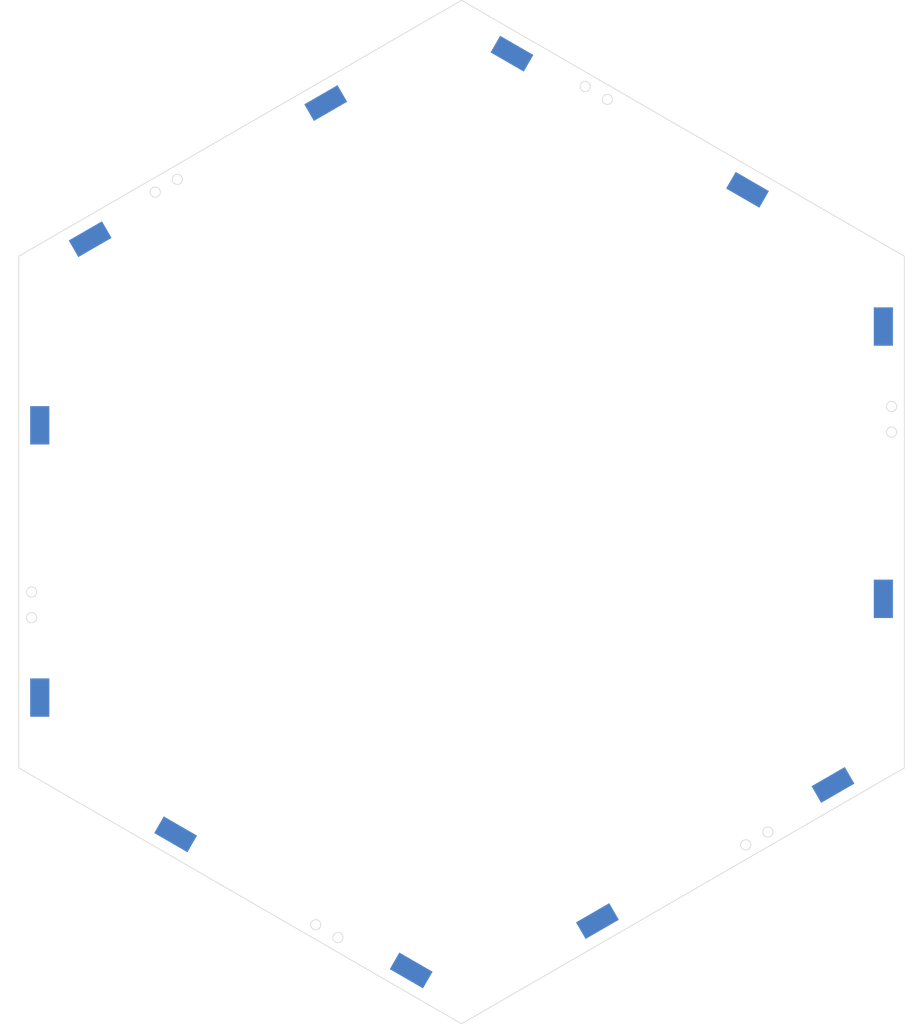
<source format=kicad_pcb>
(kicad_pcb (version 20211014) (generator pcbnew)
  (layers (0 "F.Cu" signal) (31 "B.Cu" signal) (34 "B.Paste" user) (35 "F.Paste" user) (36 "B.SilkS" user "B.Silkscreen") (37 "F.SilkS" user "F.Silkscreen") (38 "B.Mask" user) (39 "F.Mask" user) (44 "Edge.Cuts" user))
  (net 0 "")
  (footprint "otter:pad_1.5_3" (layer "B.Cu") (at 67.8 114)
    (fp_text reference "REF**" hide)
    (fp_text value "pad_1.5_3")
    (pad "1" smd rect locked (at -0.8 0.5) (size 1.5 3) (layers "B.Cu" "B.Paste" "B.Mask"))
  )
  (footprint "otter:pad_1.5_3" (layer "B.Cu") (at 67.8 93.72)
    (fp_text reference "REF**" hide)
    (fp_text value "pad_1.5_3")
    (pad "1" smd rect locked (at -0.8 -0.5) (size 1.5 3) (layers "B.Cu" "B.Paste" "B.Mask"))
  )
  (footprint "otter:pad_1.5_3" (layer "B.Cu") (at 71.775644 79.113982 -60)
    (fp_text reference "REF**" hide)
    (fp_text value "pad_1.5_3")
    (pad "1" smd rect locked (at -0.8 0.5 300) (size 1.5 3) (layers "B.Cu" "B.Paste" "B.Mask"))
  )
  (footprint "otter:pad_1.5_3" (layer "B.Cu") (at 89.33864 68.973982 -60)
    (fp_text reference "REF**" hide)
    (fp_text value "pad_1.5_3")
    (pad "1" smd rect locked (at -0.8 -0.5 300) (size 1.5 3) (layers "B.Cu" "B.Paste" "B.Mask"))
  )
  (footprint "otter:pad_1.5_3" (layer "B.Cu") (at 132.2 86 180)
    (fp_text reference "REF**" hide)
    (fp_text value "pad_1.5_3")
    (pad "1" smd rect locked (at -0.8 0.5 180) (size 1.5 3) (layers "B.Cu" "B.Paste" "B.Mask"))
  )
  (footprint "otter:pad_1.5_3" (layer "B.Cu") (at 96.024356 134.886018 60)
    (fp_text reference "REF**" hide)
    (fp_text value "pad_1.5_3")
    (pad "1" smd rect locked (at -0.8 0.5 60) (size 1.5 3) (layers "B.Cu" "B.Paste" "B.Mask"))
  )
  (footprint "otter:pad_1.5_3" (layer "B.Cu") (at 121.53864 75.253982 -120)
    (fp_text reference "REF**" hide)
    (fp_text value "pad_1.5_3")
    (pad "1" smd rect locked (at -0.8 -0.5 240) (size 1.5 3) (layers "B.Cu" "B.Paste" "B.Mask"))
  )
  (footprint "otter:pad_1.5_3" (layer "B.Cu") (at 78.46136 124.746018 60)
    (fp_text reference "REF**" hide)
    (fp_text value "pad_1.5_3")
    (pad "1" smd rect locked (at -0.8 -0.5 60) (size 1.5 3) (layers "B.Cu" "B.Paste" "B.Mask"))
  )
  (footprint "otter:pad_1.5_3" (layer "B.Cu") (at 128.224356 120.886018 120)
    (fp_text reference "REF**" hide)
    (fp_text value "pad_1.5_3")
    (pad "1" smd rect locked (at -0.8 0.5 120) (size 1.5 3) (layers "B.Cu" "B.Paste" "B.Mask"))
  )
  (footprint "otter:pad_1.5_3" (layer "B.Cu") (at 110.66136 131.026018 120)
    (fp_text reference "REF**" hide)
    (fp_text value "pad_1.5_3")
    (pad "1" smd rect locked (at -0.8 -0.5 120) (size 1.5 3) (layers "B.Cu" "B.Paste" "B.Mask"))
  )
  (footprint "otter:pad_1.5_3" (layer "B.Cu") (at 132.2 106.28 180)
    (fp_text reference "REF**" hide)
    (fp_text value "pad_1.5_3")
    (pad "1" smd rect locked (at -0.8 -0.5 180) (size 1.5 3) (layers "B.Cu" "B.Paste" "B.Mask"))
  )
  (footprint "otter:pad_1.5_3" (layer "B.Cu") (at 103.975644 65.113982 -120)
    (fp_text reference "REF**" hide)
    (fp_text value "pad_1.5_3")
    (pad "1" smd rect locked (at -0.8 0.5 240) (size 1.5 3) (layers "B.Cu" "B.Paste" "B.Mask"))
  )
  (gr_line (start 65.359 120) (end 100.000016 140) (layer "Edge.Cuts") (width 0.05))
  (gr_circle (center 77.766841 73.991039) (end 77.966842 74.33745) (layer "Edge.Cuts") (width 0.05) (fill none))
  (gr_circle (center 76.03479 74.99104) (end 76.234791 75.33745) (layer "Edge.Cuts") (width 0.05) (fill none))
  (gr_circle (center 111.407841 67.741039) (end 111.207841 68.08745) (layer "Edge.Cuts") (width 0.05) (fill none))
  (gr_circle (center 90.32421 133.258961) (end 90.52421 132.91255) (layer "Edge.Cuts") (width 0.05) (fill none))
  (gr_circle (center 133.641 91.749999) (end 133.240999 91.75) (layer "Edge.Cuts") (width 0.05) (fill none))
  (gr_circle (center 66.359 106.25) (end 66.759 106.25) (layer "Edge.Cuts") (width 0.05) (fill none))
  (gr_circle (center 133.641 93.75) (end 133.240999 93.75) (layer "Edge.Cuts") (width 0.05) (fill none))
  (gr_line (start 134.641032 80) (end 100.000016 60) (layer "Edge.Cuts") (width 0.05))
  (gr_line (start 100.000016 140) (end 134.641032 120) (layer "Edge.Cuts") (width 0.05))
  (gr_circle (center 109.67579 66.741039) (end 109.47579 67.08745) (layer "Edge.Cuts") (width 0.05) (fill none))
  (gr_circle (center 122.233159 126.008961) (end 122.033158 125.66255) (layer "Edge.Cuts") (width 0.05) (fill none))
  (gr_line (start 65.359 80) (end 65.359 120) (layer "Edge.Cuts") (width 0.05))
  (gr_circle (center 123.96521 125.00896) (end 123.765209 124.66255) (layer "Edge.Cuts") (width 0.05) (fill none))
  (gr_line (start 134.641032 120) (end 134.641032 80) (layer "Edge.Cuts") (width 0.05))
  (gr_line (start 100.000016 60) (end 65.359 80) (layer "Edge.Cuts") (width 0.05))
  (gr_circle (center 66.359 108.25) (end 66.759 108.25) (layer "Edge.Cuts") (width 0.05) (fill none))
  (gr_circle (center 88.592159 132.258961) (end 88.792159 131.91255) (layer "Edge.Cuts") (width 0.05) (fill none))
)
</source>
